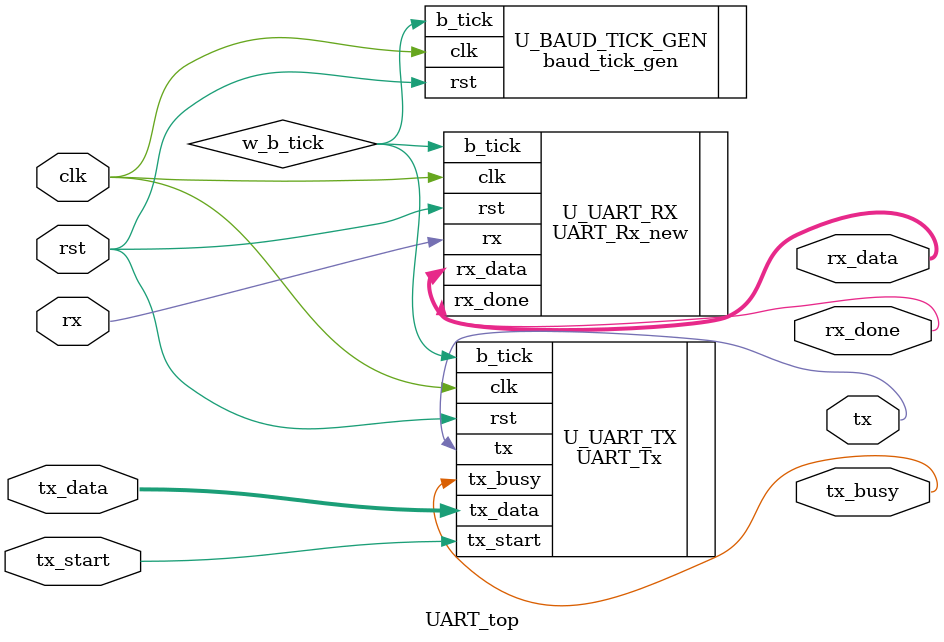
<source format=v>
`timescale 1ns / 1ps
module UART_top (
    input clk,
    input rst,
    input tx_start,
    input [7:0] tx_data,
    input rx,
    output tx_busy,
    output tx,
    output [7:0] rx_data,
    // output rx_busy,
    output rx_done
);
    wire w_b_tick;

    baud_tick_gen U_BAUD_TICK_GEN(
        .clk(clk),
        .rst(rst),
        .b_tick(w_b_tick)
    );

    UART_Tx U_UART_TX(
        .clk(clk),
        .rst(rst),
        .tx_start(tx_start),
        .b_tick(w_b_tick),
        .tx_data(tx_data),
        
        .tx_busy(tx_busy),
        .tx(tx)
    );


    UART_Rx_new U_UART_RX(
        .clk(clk),
        .rst(rst),
        .b_tick(w_b_tick),
        .rx(rx),

        .rx_data(rx_data),
        // .rx_busy(rx_busy),
        .rx_done(rx_done)
    );
endmodule

</source>
